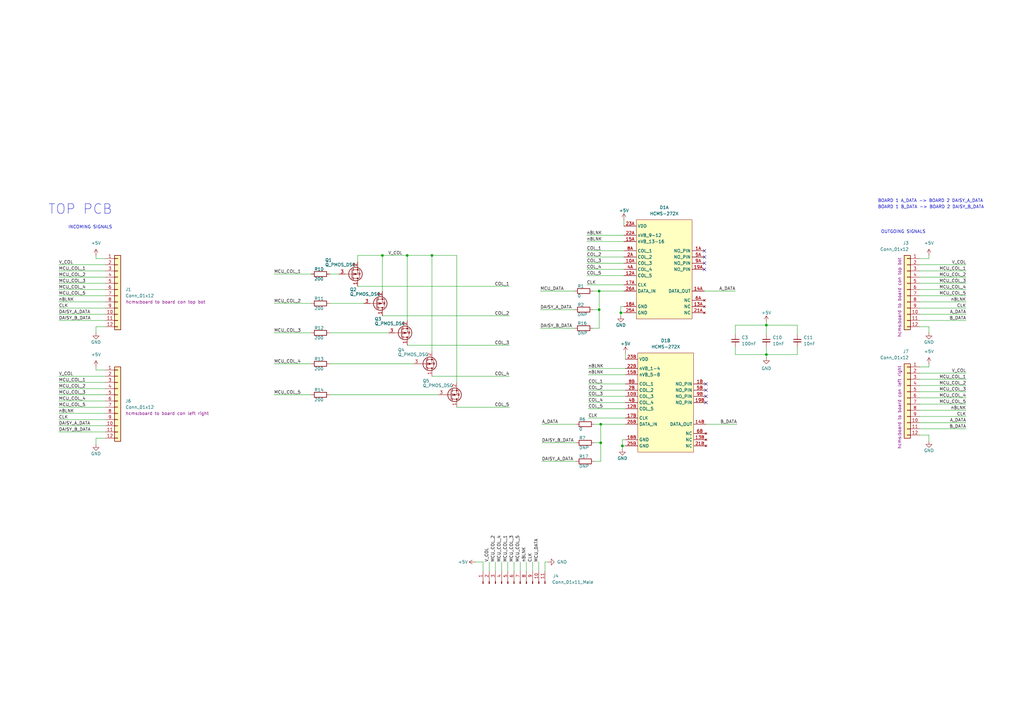
<source format=kicad_sch>
(kicad_sch (version 20211123) (generator eeschema)
  (paper "A3")
  (lib_symbols
    (symbol "Connector:Conn_01x11_Male" (pin_names (offset 1.016) hide)
      (property "Reference" "J" (at 0 15.24 0))
      (property "Value" "Conn_01x11_Male" (at 0 -15.24 0))
      (symbol "Conn_01x11_Male_1_1"
        (polyline (pts (xy 1.27 -12.7) (xy 0.8636 -12.7)) (stroke (width 0.1524)))
        (polyline (pts (xy 1.27 -10.16) (xy 0.8636 -10.16)) (stroke (width 0.1524)))
        (polyline (pts (xy 1.27 -7.62) (xy 0.8636 -7.62)) (stroke (width 0.1524)))
        (polyline (pts (xy 1.27 -5.08) (xy 0.8636 -5.08)) (stroke (width 0.1524)))
        (polyline (pts (xy 1.27 -2.54) (xy 0.8636 -2.54)) (stroke (width 0.1524)))
        (polyline (pts (xy 1.27 0) (xy 0.8636 0)) (stroke (width 0.1524)))
        (polyline (pts (xy 1.27 2.54) (xy 0.8636 2.54)) (stroke (width 0.1524)))
        (polyline (pts (xy 1.27 5.08) (xy 0.8636 5.08)) (stroke (width 0.1524)))
        (polyline (pts (xy 1.27 7.62) (xy 0.8636 7.62)) (stroke (width 0.1524)))
        (polyline (pts (xy 1.27 10.16) (xy 0.8636 10.16)) (stroke (width 0.1524)))
        (polyline (pts (xy 1.27 12.7) (xy 0.8636 12.7)) (stroke (width 0.1524)))
        (rectangle (start 0.8636 -12.573) (end 0 -12.827) (stroke (width 0.1524)) (fill (type outline)))
        (rectangle (start 0.8636 -10.033) (end 0 -10.287) (stroke (width 0.1524)) (fill (type outline)))
        (rectangle (start 0.8636 -7.493) (end 0 -7.747) (stroke (width 0.1524)) (fill (type outline)))
        (rectangle (start 0.8636 -4.953) (end 0 -5.207) (stroke (width 0.1524)) (fill (type outline)))
        (rectangle (start 0.8636 -2.413) (end 0 -2.667) (stroke (width 0.1524)) (fill (type outline)))
        (rectangle (start 0.8636 0.127) (end 0 -0.127) (stroke (width 0.1524)) (fill (type outline)))
        (rectangle (start 0.8636 2.667) (end 0 2.413) (stroke (width 0.1524)) (fill (type outline)))
        (rectangle (start 0.8636 5.207) (end 0 4.953) (stroke (width 0.1524)) (fill (type outline)))
        (rectangle (start 0.8636 7.747) (end 0 7.493) (stroke (width 0.1524)) (fill (type outline)))
        (rectangle (start 0.8636 10.287) (end 0 10.033) (stroke (width 0.1524)) (fill (type outline)))
        (rectangle (start 0.8636 12.827) (end 0 12.573) (stroke (width 0.1524)) (fill (type outline)))
        (pin passive line (at 5.08 12.7 180) (length 3.81) (name "Pin_1") (number "1"))
        (pin passive line (at 5.08 -10.16 180) (length 3.81) (name "Pin_10") (number "10"))
        (pin passive line (at 5.08 -12.7 180) (length 3.81) (name "Pin_11") (number "11"))
        (pin passive line (at 5.08 10.16 180) (length 3.81) (name "Pin_2") (number "2"))
        (pin passive line (at 5.08 7.62 180) (length 3.81) (name "Pin_3") (number "3"))
        (pin passive line (at 5.08 5.08 180) (length 3.81) (name "Pin_4") (number "4"))
        (pin passive line (at 5.08 2.54 180) (length 3.81) (name "Pin_5") (number "5"))
        (pin passive line (at 5.08 0 180) (length 3.81) (name "Pin_6") (number "6"))
        (pin passive line (at 5.08 -2.54 180) (length 3.81) (name "Pin_7") (number "7"))
        (pin passive line (at 5.08 -5.08 180) (length 3.81) (name "Pin_8") (number "8"))
        (pin passive line (at 5.08 -7.62 180) (length 3.81) (name "Pin_9") (number "9"))
      )
    )
    (symbol "Connector_Generic:Conn_01x12" (pin_names (offset 1.016) hide)
      (property "Reference" "J" (at 0 15.24 0))
      (property "Value" "Conn_01x12" (at 0 -17.78 0))
      (symbol "Conn_01x12_1_1"
        (rectangle (start -1.27 -15.113) (end 0 -15.367) (stroke (width 0.1524)))
        (rectangle (start -1.27 -12.573) (end 0 -12.827) (stroke (width 0.1524)))
        (rectangle (start -1.27 -10.033) (end 0 -10.287) (stroke (width 0.1524)))
        (rectangle (start -1.27 -7.493) (end 0 -7.747) (stroke (width 0.1524)))
        (rectangle (start -1.27 -4.953) (end 0 -5.207) (stroke (width 0.1524)))
        (rectangle (start -1.27 -2.413) (end 0 -2.667) (stroke (width 0.1524)))
        (rectangle (start -1.27 0.127) (end 0 -0.127) (stroke (width 0.1524)))
        (rectangle (start -1.27 2.667) (end 0 2.413) (stroke (width 0.1524)))
        (rectangle (start -1.27 5.207) (end 0 4.953) (stroke (width 0.1524)))
        (rectangle (start -1.27 7.747) (end 0 7.493) (stroke (width 0.1524)))
        (rectangle (start -1.27 10.287) (end 0 10.033) (stroke (width 0.1524)))
        (rectangle (start -1.27 12.827) (end 0 12.573) (stroke (width 0.1524)))
        (rectangle (start -1.27 13.97) (end 1.27 -16.51) (stroke (width 0.254)) (fill (type background)))
        (pin passive line (at -5.08 12.7 0) (length 3.81) (name "Pin_1") (number "1"))
        (pin passive line (at -5.08 -10.16 0) (length 3.81) (name "Pin_10") (number "10"))
        (pin passive line (at -5.08 -12.7 0) (length 3.81) (name "Pin_11") (number "11"))
        (pin passive line (at -5.08 -15.24 0) (length 3.81) (name "Pin_12") (number "12"))
        (pin passive line (at -5.08 10.16 0) (length 3.81) (name "Pin_2") (number "2"))
        (pin passive line (at -5.08 7.62 0) (length 3.81) (name "Pin_3") (number "3"))
        (pin passive line (at -5.08 5.08 0) (length 3.81) (name "Pin_4") (number "4"))
        (pin passive line (at -5.08 2.54 0) (length 3.81) (name "Pin_5") (number "5"))
        (pin passive line (at -5.08 0 0) (length 3.81) (name "Pin_6") (number "6"))
        (pin passive line (at -5.08 -2.54 0) (length 3.81) (name "Pin_7") (number "7"))
        (pin passive line (at -5.08 -5.08 0) (length 3.81) (name "Pin_8") (number "8"))
        (pin passive line (at -5.08 -7.62 0) (length 3.81) (name "Pin_9") (number "9"))
      )
    )
    (symbol "Device:C_Small" (pin_numbers hide) (pin_names (offset 0.254) hide)
      (property "Reference" "C" (at 0.254 1.778 0))
      (property "Value" "C_Small" (at 0.254 -2.032 0))
      (symbol "C_Small_0_1"
        (polyline (pts (xy -1.524 -0.508) (xy 1.524 -0.508)) (stroke (width 0.3302)))
        (polyline (pts (xy -1.524 0.508) (xy 1.524 0.508)) (stroke (width 0.3048)))
      )
      (symbol "C_Small_1_1"
        (pin passive line (at 0 2.54 270) (length 2.032) (name "~") (number "1"))
        (pin passive line (at 0 -2.54 90) (length 2.032) (name "~") (number "2"))
      )
    )
    (symbol "Device:Q_PMOS_DSG" (pin_names (offset 0) hide)
      (property "Reference" "Q" (at 5.08 1.27 0))
      (property "Value" "Q_PMOS_DSG" (at 5.08 -1.27 0))
      (symbol "Q_PMOS_DSG_0_1"
        (polyline (pts (xy 0.254 0) (xy -2.54 0)))
        (polyline (pts (xy 0.254 1.905) (xy 0.254 -1.905)) (stroke (width 0.254)))
        (polyline (pts (xy 0.762 -1.27) (xy 0.762 -2.286)) (stroke (width 0.254)))
        (polyline (pts (xy 0.762 0.508) (xy 0.762 -0.508)) (stroke (width 0.254)))
        (polyline (pts (xy 0.762 2.286) (xy 0.762 1.27)) (stroke (width 0.254)))
        (polyline (pts (xy 2.54 2.54) (xy 2.54 1.778)))
        (polyline (pts (xy 2.54 -2.54) (xy 2.54 0) (xy 0.762 0)))
        (polyline (pts (xy 0.762 1.778) (xy 3.302 1.778) (xy 3.302 -1.778) (xy 0.762 -1.778)))
        (polyline (pts (xy 2.286 0) (xy 1.27 0.381) (xy 1.27 -0.381) (xy 2.286 0)) (fill (type outline)))
        (polyline (pts (xy 2.794 -0.508) (xy 2.921 -0.381) (xy 3.683 -0.381) (xy 3.81 -0.254)))
        (polyline (pts (xy 3.302 -0.381) (xy 2.921 0.254) (xy 3.683 0.254) (xy 3.302 -0.381)))
        (circle (center 1.651 0) (radius 2.794) (stroke (width 0.254)))
        (circle (center 2.54 -1.778) (radius 0.254) (fill (type outline)))
        (circle (center 2.54 1.778) (radius 0.254) (fill (type outline)))
      )
      (symbol "Q_PMOS_DSG_1_1"
        (pin passive line (at 2.54 5.08 270) (length 2.54) (name "D") (number "1"))
        (pin passive line (at 2.54 -5.08 90) (length 2.54) (name "S") (number "2"))
        (pin input line (at -5.08 0 0) (length 2.54) (name "G") (number "3"))
      )
    )
    (symbol "Device:R" (pin_numbers hide) (pin_names (offset 0))
      (property "Reference" "R" (at 2.032 0 90))
      (property "Value" "R" (at 0 0 90))
      (symbol "R_0_1"
        (rectangle (start -1.016 -2.54) (end 1.016 2.54) (stroke (width 0.254)))
      )
      (symbol "R_1_1"
        (pin passive line (at 0 3.81 270) (length 1.27) (name "~") (number "1"))
        (pin passive line (at 0 -3.81 90) (length 1.27) (name "~") (number "2"))
      )
    )
    (symbol "hcms_dot_display:HCMS-272X"
      (property "Reference" "D" (at 1.27 41.91 0))
      (property "Value" "HCMS-272X" (at 6.35 -1.27 0))
      (symbol "HCMS-272X_0_1"
        (rectangle (start 0 40.64) (end 22.86 0) (fill (type background)))
      )
      (symbol "HCMS-272X_1_1"
        (pin input line (at -5.08 22.86 0) (length 5.08) (name "COL_3") (number "10A"))
        (pin input line (at -5.08 17.78 0) (length 5.08) (name "COL_5") (number "12A"))
        (pin no_connect line (at 27.94 5.08 180) (length 5.08) (name "NC") (number "13A"))
        (pin output line (at 27.94 11.43 180) (length 5.08) (name "DATA_OUT") (number "14A"))
        (pin input line (at -5.08 31.75 0) (length 5.08) (name "nVB_13-16") (number "15A"))
        (pin input line (at -5.08 13.97 0) (length 5.08) (name "CLK") (number "17A"))
        (pin power_out line (at -5.08 5.08 0) (length 5.08) (name "GND") (number "18A"))
        (pin free line (at 27.94 20.32 180) (length 5.08) (name "NO_PIN") (number "19A"))
        (pin free line (at 27.94 27.94 180) (length 5.08) (name "NO_PIN") (number "1A"))
        (pin no_connect line (at 27.94 2.54 180) (length 5.08) (name "NC") (number "21A"))
        (pin input line (at -5.08 34.29 0) (length 5.08) (name "nVB_9-12") (number "22A"))
        (pin power_in line (at -5.08 38.1 0) (length 5.08) (name "VDD") (number "23A"))
        (pin power_out line (at -5.08 2.54 0) (length 5.08) (name "GND") (number "25A"))
        (pin input line (at -5.08 11.43 0) (length 5.08) (name "DATA_IN") (number "26A"))
        (pin input line (at -5.08 25.4 0) (length 5.08) (name "COL_2") (number "2A"))
        (pin input line (at -5.08 20.32 0) (length 5.08) (name "COL_4") (number "4A"))
        (pin free line (at 27.94 25.4 180) (length 5.08) (name "NO_PIN") (number "5A"))
        (pin no_connect line (at 27.94 7.62 180) (length 5.08) (name "NC") (number "6A"))
        (pin input line (at -5.08 27.94 0) (length 5.08) (name "COL_1") (number "8A"))
        (pin free line (at 27.94 22.86 180) (length 5.08) (name "NO_PIN") (number "9A"))
      )
      (symbol "HCMS-272X_2_1"
        (pin input line (at -5.08 22.86 0) (length 5.08) (name "COL_3") (number "10B"))
        (pin input line (at -5.08 17.78 0) (length 5.08) (name "COL_5") (number "12B"))
        (pin no_connect line (at 27.94 5.08 180) (length 5.08) (name "NC") (number "13B"))
        (pin output line (at 27.94 11.43 180) (length 5.08) (name "DATA_OUT") (number "14B"))
        (pin input line (at -5.08 31.75 0) (length 5.08) (name "nVB_5-8") (number "15B"))
        (pin input line (at -5.08 13.97 0) (length 5.08) (name "CLK") (number "17B"))
        (pin power_out line (at -5.08 5.08 0) (length 5.08) (name "GND") (number "18B"))
        (pin free line (at 27.94 20.32 180) (length 5.08) (name "NO_PIN") (number "19B"))
        (pin free line (at 27.94 27.94 180) (length 5.08) (name "NO_PIN") (number "1B"))
        (pin no_connect line (at 27.94 2.54 180) (length 5.08) (name "NC") (number "21B"))
        (pin input line (at -5.08 34.29 0) (length 5.08) (name "nVB_1-4") (number "22B"))
        (pin power_in line (at -5.08 38.1 0) (length 5.08) (name "VDD") (number "23B"))
        (pin power_out line (at -5.08 2.54 0) (length 5.08) (name "GND") (number "25B"))
        (pin input line (at -5.08 11.43 0) (length 5.08) (name "DATA_IN") (number "26B"))
        (pin input line (at -5.08 25.4 0) (length 5.08) (name "COL_2") (number "2B"))
        (pin input line (at -5.08 20.32 0) (length 5.08) (name "COL_4") (number "4B"))
        (pin free line (at 27.94 25.4 180) (length 5.08) (name "NO_PIN") (number "5B"))
        (pin no_connect line (at 27.94 7.62 180) (length 5.08) (name "NC") (number "6B"))
        (pin input line (at -5.08 27.94 0) (length 5.08) (name "COL_1") (number "8B"))
        (pin free line (at 27.94 22.86 180) (length 5.08) (name "NO_PIN") (number "9B"))
      )
    )
    (symbol "power:+5V" (power) (pin_names (offset 0))
      (property "Value" "+5V" (at 0 3.556 0))
      (symbol "+5V_0_1"
        (polyline (pts (xy -0.762 1.27) (xy 0 2.54)))
        (polyline (pts (xy 0 0) (xy 0 2.54)))
        (polyline (pts (xy 0 2.54) (xy 0.762 1.27)))
      )
      (symbol "+5V_1_1"
        (pin power_in line (at 0 0 90) (length 0) hide (name "+5V") (number "1"))
      )
    )
    (symbol "power:GND" (power) (pin_names (offset 0))
      (property "Value" "GND" (at 0 -3.81 0))
      (symbol "GND_0_1"
        (polyline (pts (xy 0 0) (xy 0 -1.27) (xy 1.27 -1.27) (xy 0 -2.54) (xy -1.27 -1.27) (xy 0 -1.27)))
      )
      (symbol "GND_1_1"
        (pin power_in line (at 0 0 270) (length 0) hide (name "GND") (number "1"))
      )
    )
  )
  (junction (at 246.38 181.61))
  (junction (at 246.38 173.99))
  (junction (at 255.27 182.88))
  (junction (at 314.325 145.415))
  (junction (at 156.845 104.775))
  (junction (at 245.745 127))
  (junction (at 245.745 119.38))
  (junction (at 314.325 133.35))
  (junction (at 177.165 104.775))
  (junction (at 167.005 104.775))
  (junction (at 254.635 128.27))
  (no_connect (at 289.56 165.1))
  (no_connect (at 289.56 160.02))
  (no_connect (at 289.56 157.48))
  (no_connect (at 289.56 162.56))
  (no_connect (at 288.925 110.49))
  (no_connect (at 288.925 102.87))
  (no_connect (at 288.925 107.95))
  (no_connect (at 288.925 105.41))
  (bus_entry (at -35.56 -45.72) (size 2.54 2.54))
  (bus_entry (at -35.56 -46.99) (size 2.54 2.54))
  (bus_entry (at -36.83 -46.355) (size 2.54 2.54))
  (bus_entry (at -38.1 -55.245) (size 2.54 2.54))
  (bus_entry (at -35.56 -48.26) (size 2.54 2.54))
  (wire (pts (xy 289.56 173.99) (xy 302.26 173.99)))
  (wire (pts (xy 240.665 110.49) (xy 255.905 110.49)))
  (wire (pts (xy 187.325 167.005) (xy 208.915 167.005)))
  (wire (pts (xy 135.255 149.225) (xy 169.545 149.225)))
  (wire (pts (xy 135.255 136.525) (xy 159.385 136.525)))
  (wire (pts (xy 240.665 116.84) (xy 255.905 116.84)))
  (wire (pts (xy 243.84 173.99) (xy 246.38 173.99)))
  (wire (pts (xy 39.37 179.705) (xy 43.18 179.705)))
  (wire (pts (xy 224.79 230.505) (xy 223.52 230.505)))
  (wire (pts (xy 240.665 102.87) (xy 255.905 102.87)))
  (wire (pts (xy 167.005 131.445) (xy 167.005 104.775)))
  (wire (pts (xy 167.005 104.775) (xy 177.165 104.775)))
  (wire (pts (xy 223.52 230.505) (xy 223.52 234.315)))
  (wire (pts (xy 314.325 145.415) (xy 327.025 145.415)))
  (wire (pts (xy 156.845 104.775) (xy 156.845 119.38)))
  (wire (pts (xy 241.3 151.13) (xy 256.54 151.13)))
  (wire (pts (xy 381 178.435) (xy 377.19 178.435)))
  (wire (pts (xy 177.165 154.305) (xy 208.915 154.305)))
  (wire (pts (xy 243.205 134.62) (xy 245.745 134.62)))
  (wire (pts (xy 215.9 234.315) (xy 215.9 230.505)))
  (wire (pts (xy 243.84 181.61) (xy 246.38 181.61)))
  (wire (pts (xy 146.685 104.775) (xy 146.685 107.315)))
  (wire (pts (xy 245.745 119.38) (xy 255.905 119.38)))
  (wire (pts (xy 396.24 155.575) (xy 377.19 155.575)))
  (wire (pts (xy 241.3 153.67) (xy 256.54 153.67)))
  (wire (pts (xy 24.13 123.825) (xy 43.18 123.825)))
  (wire (pts (xy 327.025 137.16) (xy 327.025 133.35)))
  (wire (pts (xy 135.255 112.395) (xy 139.065 112.395)))
  (wire (pts (xy 396.24 123.825) (xy 377.19 123.825)))
  (wire (pts (xy 24.13 159.385) (xy 43.18 159.385)))
  (wire (pts (xy 396.24 116.205) (xy 377.19 116.205)))
  (wire (pts (xy 222.25 181.61) (xy 236.22 181.61)))
  (wire (pts (xy 396.24 163.195) (xy 377.19 163.195)))
  (wire (pts (xy 255.27 182.88) (xy 255.27 184.15)))
  (wire (pts (xy 24.13 128.905) (xy 43.18 128.905)))
  (wire (pts (xy 156.845 104.775) (xy 167.005 104.775)))
  (wire (pts (xy 396.24 170.815) (xy 377.19 170.815)))
  (wire (pts (xy 396.24 131.445) (xy 377.19 131.445)))
  (wire (pts (xy 245.745 127) (xy 245.745 119.38)))
  (wire (pts (xy 314.325 133.35) (xy 301.625 133.35)))
  (wire (pts (xy 39.37 182.245) (xy 39.37 179.705)))
  (wire (pts (xy 24.13 169.545) (xy 43.18 169.545)))
  (wire (pts (xy 112.395 136.525) (xy 127.635 136.525)))
  (wire (pts (xy 396.24 128.905) (xy 377.19 128.905)))
  (wire (pts (xy 24.13 108.585) (xy 43.18 108.585)))
  (wire (pts (xy 222.25 173.99) (xy 236.22 173.99)))
  (wire (pts (xy 167.005 141.605) (xy 208.915 141.605)))
  (wire (pts (xy 396.24 160.655) (xy 377.19 160.655)))
  (wire (pts (xy 314.325 142.24) (xy 314.325 145.415)))
  (wire (pts (xy 240.665 99.06) (xy 255.905 99.06)))
  (wire (pts (xy 135.255 161.925) (xy 179.705 161.925)))
  (wire (pts (xy 43.18 151.765) (xy 39.37 151.765)))
  (wire (pts (xy 396.24 108.585) (xy 377.19 108.585)))
  (wire (pts (xy 24.13 177.165) (xy 43.18 177.165)))
  (wire (pts (xy 396.24 126.365) (xy 377.19 126.365)))
  (wire (pts (xy 396.24 165.735) (xy 377.19 165.735)))
  (wire (pts (xy 112.395 112.395) (xy 127.635 112.395)))
  (wire (pts (xy 301.625 142.24) (xy 301.625 145.415)))
  (wire (pts (xy 243.84 189.23) (xy 246.38 189.23)))
  (wire (pts (xy 220.98 234.315) (xy 220.98 230.505)))
  (wire (pts (xy 246.38 173.99) (xy 256.54 173.99)))
  (wire (pts (xy 221.615 134.62) (xy 235.585 134.62)))
  (wire (pts (xy 210.82 234.315) (xy 210.82 230.505)))
  (wire (pts (xy 39.37 106.045) (xy 39.37 104.775)))
  (wire (pts (xy 112.395 124.46) (xy 127.635 124.46)))
  (wire (pts (xy 246.38 181.61) (xy 246.38 173.99)))
  (wire (pts (xy 24.13 164.465) (xy 43.18 164.465)))
  (wire (pts (xy 24.13 111.125) (xy 43.18 111.125)))
  (wire (pts (xy 221.615 119.38) (xy 235.585 119.38)))
  (wire (pts (xy 112.395 161.925) (xy 127.635 161.925)))
  (wire (pts (xy 200.66 230.505) (xy 200.66 234.315)))
  (wire (pts (xy 177.165 104.775) (xy 187.325 104.775)))
  (wire (pts (xy 240.665 105.41) (xy 255.905 105.41)))
  (wire (pts (xy 241.3 171.45) (xy 256.54 171.45)))
  (wire (pts (xy 187.325 156.845) (xy 187.325 104.775)))
  (wire (pts (xy 255.905 92.71) (xy 255.905 90.17)))
  (wire (pts (xy 24.13 118.745) (xy 43.18 118.745)))
  (wire (pts (xy 39.37 151.765) (xy 39.37 150.495)))
  (wire (pts (xy 396.24 175.895) (xy 377.19 175.895)))
  (wire (pts (xy 243.205 119.38) (xy 245.745 119.38)))
  (wire (pts (xy 327.025 145.415) (xy 327.025 142.24)))
  (wire (pts (xy 24.13 126.365) (xy 43.18 126.365)))
  (wire (pts (xy 314.325 145.415) (xy 314.325 146.685)))
  (wire (pts (xy 241.3 157.48) (xy 256.54 157.48)))
  (wire (pts (xy 198.12 234.315) (xy 198.12 230.505)))
  (wire (pts (xy 396.24 153.035) (xy 377.19 153.035)))
  (wire (pts (xy 146.685 117.475) (xy 208.915 117.475)))
  (wire (pts (xy 24.13 121.285) (xy 43.18 121.285)))
  (wire (pts (xy 240.665 96.52) (xy 255.905 96.52)))
  (wire (pts (xy 39.37 133.985) (xy 43.18 133.985)))
  (wire (pts (xy 24.13 156.845) (xy 43.18 156.845)))
  (wire (pts (xy 241.3 162.56) (xy 256.54 162.56)))
  (wire (pts (xy 396.24 111.125) (xy 377.19 111.125)))
  (wire (pts (xy 241.3 160.02) (xy 256.54 160.02)))
  (wire (pts (xy 256.54 147.32) (xy 256.54 144.78)))
  (wire (pts (xy 255.905 125.73) (xy 254.635 125.73)))
  (wire (pts (xy 24.13 161.925) (xy 43.18 161.925)))
  (wire (pts (xy 396.24 121.285) (xy 377.19 121.285)))
  (wire (pts (xy 256.54 180.34) (xy 255.27 180.34)))
  (wire (pts (xy 218.44 234.315) (xy 218.44 230.505)))
  (wire (pts (xy 255.905 128.27) (xy 254.635 128.27)))
  (wire (pts (xy 146.685 104.775) (xy 156.845 104.775)))
  (wire (pts (xy 221.615 127) (xy 235.585 127)))
  (wire (pts (xy 314.325 132.08) (xy 314.325 133.35)))
  (wire (pts (xy 254.635 128.27) (xy 254.635 129.54)))
  (wire (pts (xy 156.845 129.54) (xy 208.915 129.54)))
  (wire (pts (xy 255.27 180.34) (xy 255.27 182.88)))
  (wire (pts (xy 381 150.495) (xy 381 149.225)))
  (wire (pts (xy 203.2 234.315) (xy 203.2 230.505)))
  (wire (pts (xy 177.165 144.145) (xy 177.165 104.775)))
  (wire (pts (xy 396.24 173.355) (xy 377.19 173.355)))
  (wire (pts (xy 381 180.975) (xy 381 178.435)))
  (wire (pts (xy 208.28 234.315) (xy 208.28 230.505)))
  (wire (pts (xy 377.19 106.045) (xy 381 106.045)))
  (wire (pts (xy 24.13 167.005) (xy 43.18 167.005)))
  (wire (pts (xy 381 106.045) (xy 381 104.775)))
  (wire (pts (xy 381 136.525) (xy 381 133.985)))
  (wire (pts (xy 254.635 125.73) (xy 254.635 128.27)))
  (wire (pts (xy 24.13 174.625) (xy 43.18 174.625)))
  (wire (pts (xy 241.3 165.1) (xy 256.54 165.1)))
  (wire (pts (xy 246.38 189.23) (xy 246.38 181.61)))
  (wire (pts (xy 135.255 124.46) (xy 149.225 124.46)))
  (wire (pts (xy 24.13 131.445) (xy 43.18 131.445)))
  (wire (pts (xy 301.625 133.35) (xy 301.625 137.16)))
  (wire (pts (xy 24.13 116.205) (xy 43.18 116.205)))
  (wire (pts (xy 377.19 150.495) (xy 381 150.495)))
  (wire (pts (xy 205.74 234.315) (xy 205.74 230.505)))
  (wire (pts (xy 396.24 168.275) (xy 377.19 168.275)))
  (wire (pts (xy 241.3 167.64) (xy 256.54 167.64)))
  (wire (pts (xy 243.205 127) (xy 245.745 127)))
  (wire (pts (xy 43.18 106.045) (xy 39.37 106.045)))
  (wire (pts (xy 314.325 133.35) (xy 314.325 137.16)))
  (wire (pts (xy 240.665 107.95) (xy 255.905 107.95)))
  (wire (pts (xy 198.12 230.505) (xy 194.945 230.505)))
  (wire (pts (xy 396.24 113.665) (xy 377.19 113.665)))
  (wire (pts (xy 396.24 158.115) (xy 377.19 158.115)))
  (wire (pts (xy 314.325 133.35) (xy 327.025 133.35)))
  (wire (pts (xy 24.13 172.085) (xy 43.18 172.085)))
  (wire (pts (xy 112.395 149.225) (xy 127.635 149.225)))
  (wire (pts (xy 24.13 154.305) (xy 43.18 154.305)))
  (wire (pts (xy 288.925 119.38) (xy 301.625 119.38)))
  (wire (pts (xy 396.24 118.745) (xy 377.19 118.745)))
  (wire (pts (xy 24.13 113.665) (xy 43.18 113.665)))
  (wire (pts (xy 245.745 127) (xy 245.745 134.62)))
  (wire (pts (xy 301.625 145.415) (xy 314.325 145.415)))
  (wire (pts (xy 381 133.985) (xy 377.19 133.985)))
  (wire (pts (xy 213.36 234.315) (xy 213.36 230.505)))
  (wire (pts (xy 222.25 189.23) (xy 236.22 189.23)))
  (wire (pts (xy 39.37 136.525) (xy 39.37 133.985)))
  (wire (pts (xy 256.54 182.88) (xy 255.27 182.88)))
  (wire (pts (xy 240.665 113.03) (xy 255.905 113.03)))
  (text "BOARD 1 A_DATA -> BOARD 2 DAISY_A_DATA" (at 360.045 83.185 0) (effects (font (size 1.27 1.27)) (justify left bottom)))
  (text "BOARD 1 B_DATA -> BOARD 2 DAISY_B_DATA" (at 360.045 85.725 0) (effects (font (size 1.27 1.27)) (justify left bottom)))
  (text "INCOMING SIGNALS" (at 27.94 93.98 0) (effects (font (size 1.27 1.27)) (justify left bottom)))
  (text "OUTGOING SIGNALS" (at 361.315 95.885 0) (effects (font (size 1.27 1.27)) (justify left bottom)))
  (text "TOP PCB" (at 19.685 88.265 0) (effects (font (size 4 4)) (justify left bottom)))
  (label "V_COL" (at 200.66 230.505 90))
  (label "nBLNK" (at 396.24 168.275 180))
  (label "COL_2" (at 208.915 129.54 180))
  (label "DAISY_A_DATA" (at 221.615 127 0))
  (label "A_DATA" (at 222.25 173.99 0))
  (label "MCU_DATA" (at 221.615 119.38 0))
  (label "DAISY_A_DATA" (at 222.25 189.23 0))
  (label "MCU_COL_3" (at 210.82 230.505 90))
  (label "CLK" (at 241.3 171.45 0))
  (label "A_DATA" (at 301.625 119.38 180))
  (label "CLK" (at 396.24 170.815 180))
  (label "V_COL" (at 165.1 104.775 180))
  (label "DAISY_B_DATA" (at 24.13 131.445 0))
  (label "MCU_COL_4" (at 205.74 230.505 90))
  (label "V_COL" (at 24.13 108.585 0))
  (label "MCU_COL_5" (at 396.24 121.285 180))
  (label "COL_3" (at 240.665 107.95 0))
  (label "MCU_COL_2" (at 24.13 159.385 0))
  (label "A_DATA" (at 396.24 173.355 180))
  (label "MCU_COL_3" (at 396.24 116.205 180))
  (label "MCU_COL_2" (at 24.13 113.665 0))
  (label "MCU_COL_3" (at 396.24 160.655 180))
  (label "CLK" (at 240.665 116.84 0))
  (label "MCU_COL_4" (at 396.24 118.745 180))
  (label "MCU_COL_5" (at 24.13 167.005 0))
  (label "CLK" (at 218.44 230.505 90))
  (label "A_DATA" (at 396.24 128.905 180))
  (label "COL_3" (at 208.915 141.605 180))
  (label "MCU_COL_5" (at 24.13 121.285 0))
  (label "COL_5" (at 240.665 113.03 0))
  (label "nBLNK" (at 24.13 123.825 0))
  (label "MCU_COL_4" (at 24.13 164.465 0))
  (label "MCU_COL_1" (at 396.24 111.125 180))
  (label "MCU_COL_5" (at 112.395 161.925 0))
  (label "MCU_COL_4" (at 112.395 149.225 0))
  (label "MCU_COL_2" (at 396.24 113.665 180))
  (label "MCU_COL_2" (at 396.24 158.115 180))
  (label "DAISY_A_DATA" (at 24.13 128.905 0))
  (label "COL_4" (at 240.665 110.49 0))
  (label "MCU_COL_3" (at 112.395 136.525 0))
  (label "MCU_COL_3" (at 24.13 116.205 0))
  (label "B_DATA" (at 302.26 173.99 180))
  (label "COL_3" (at 241.3 162.56 0))
  (label "MCU_COL_1" (at 24.13 111.125 0))
  (label "nBLNK" (at 240.665 99.06 0))
  (label "DAISY_B_DATA" (at 24.13 177.165 0))
  (label "CLK" (at 24.13 172.085 0))
  (label "MCU_COL_5" (at 213.36 230.505 90))
  (label "nBLNK" (at 240.665 96.52 0))
  (label "CLK" (at 396.24 126.365 180))
  (label "MCU_COL_5" (at 396.24 165.735 180))
  (label "COL_1" (at 241.3 157.48 0))
  (label "B_DATA" (at 396.24 175.895 180))
  (label "COL_2" (at 241.3 160.02 0))
  (label "nBLNK" (at 215.9 230.505 90))
  (label "V_COL" (at 396.24 153.035 180))
  (label "MCU_COL_1" (at 24.13 156.845 0))
  (label "DAISY_B_DATA" (at 221.615 134.62 0))
  (label "MCU_COL_3" (at 24.13 161.925 0))
  (label "DAISY_B_DATA" (at 222.25 181.61 0))
  (label "MCU_COL_1" (at 208.28 230.505 90))
  (label "COL_5" (at 208.915 167.005 180))
  (label "MCU_COL_2" (at 112.395 124.46 0))
  (label "COL_2" (at 240.665 105.41 0))
  (label "COL_1" (at 240.665 102.87 0))
  (label "B_DATA" (at 396.24 131.445 180))
  (label "MCU_COL_2" (at 203.2 230.505 90))
  (label "MCU_COL_4" (at 24.13 118.745 0))
  (label "MCU_COL_1" (at 396.24 155.575 180))
  (label "MCU_COL_1" (at 112.395 112.395 0))
  (label "V_COL" (at 24.13 154.305 0))
  (label "CLK" (at 24.13 126.365 0))
  (label "COL_4" (at 208.915 154.305 180))
  (label "V_COL" (at 396.24 108.585 180))
  (label "MCU_DATA" (at 220.98 230.505 90))
  (label "nBLNK" (at 24.13 169.545 0))
  (label "COL_1" (at 208.915 117.475 180))
  (label "COL_4" (at 241.3 165.1 0))
  (label "nBLNK" (at 396.24 123.825 180))
  (label "nBLNK" (at 241.3 151.13 0))
  (label "nBLNK" (at 241.3 153.67 0))
  (label "DAISY_A_DATA" (at 24.13 174.625 0))
  (label "COL_5" (at 241.3 167.64 0))
  (label "MCU_COL_4" (at 396.24 163.195 180))
  (symbol (lib_id "Device:R") (at 239.395 119.38 270) (unit 1)
    (property "Reference" "R1" (at 236.855 118.11 90) (effects (justify left bottom)))
    (property "Value" "0" (at 236.855 120.65 90) (effects (justify left top)))
    (property "Footprint" "Resistor_SMD:R_0603_1608Metric" (effects hide))
  )
  (symbol (lib_id "Device:R") (at 131.445 112.395 270) (unit 1)
    (property "Reference" "R10" (at 128.905 111.125 90) (effects (justify left bottom)))
    (property "Value" "200" (at 128.905 113.665 90) (effects (justify left top)))
    (property "Footprint" "Resistor_SMD:R_0603_1608Metric" (effects hide))
  )
  (symbol (lib_id "power:+5V") (at 381 104.775 0) (mirror y) (unit 1)
    (property "Reference" "#PWR015" (effects hide))
    (property "Value" "+5V" (at 381 99.695 0))
  )
  (symbol (lib_id "power:GND") (at 254.635 129.54 0) (unit 1)
    (property "Reference" "#PWR0111" (effects hide))
    (property "Value" "GND" (at 254.635 133.35 0))
  )
  (symbol (lib_id "power:+5V") (at 256.54 144.78 0) (unit 1)
    (property "Reference" "#PWR0115" (effects hide))
    (property "Value" "+5V" (at 256.54 140.97 0))
  )
  (symbol (lib_id "power:+5V") (at 39.37 104.775 0) (unit 1)
    (property "Reference" "#PWR013" (effects hide))
    (property "Value" "+5V" (at 39.37 99.695 0))
  )
  (symbol (lib_id "power:GND") (at 314.325 146.685 0) (unit 1)
    (property "Reference" "#PWR07" (effects hide))
    (property "Value" "GND" (at 314.325 151.13 0))
  )
  (symbol (lib_id "Device:R") (at 240.03 181.61 270) (unit 1)
    (property "Reference" "R7" (at 237.49 180.34 90) (effects (justify left bottom)))
    (property "Value" "DNP" (at 237.49 182.88 90) (effects (justify left top)))
    (property "Footprint" "Resistor_SMD:R_0603_1608Metric" (effects hide))
  )
  (symbol (lib_id "Connector:Conn_01x11_Male") (at 210.82 239.395 90) (unit 1)
    (property "Reference" "J4" (at 227.965 236.22 90))
    (property "Value" "Conn_01x11_Male" (at 234.95 238.76 90))
    (property "Footprint" "Connector_PinHeader_2.54mm:PinHeader_1x11_P2.54mm_Vertical" (effects hide))
  )
  (symbol (lib_id "Device:C_Small") (at 301.625 139.7 0) (unit 1)
    (property "Reference" "C3" (at 304.165 138.4362 0) (effects (justify left)))
    (property "Value" "100nF" (at 304.165 140.9762 0) (effects (justify left)))
    (property "Footprint" "Capacitor_SMD:C_0603_1608Metric" (effects hide))
  )
  (symbol (lib_id "Device:C_Small") (at 327.025 139.7 0) (unit 1)
    (property "Reference" "C11" (at 329.565 138.4362 0) (effects (justify left)))
    (property "Value" "10nF" (at 329.565 140.9762 0) (effects (justify left)))
    (property "Footprint" "Capacitor_SMD:C_0603_1608Metric" (effects hide))
  )
  (symbol (lib_id "Device:R") (at 239.395 127 270) (unit 1)
    (property "Reference" "R2" (at 236.855 125.73 90) (effects (justify left bottom)))
    (property "Value" "DNP" (at 236.855 128.27 90) (effects (justify left top)))
    (property "Footprint" "Resistor_SMD:R_0603_1608Metric" (effects hide))
  )
  (symbol (lib_id "Device:R") (at 131.445 149.225 270) (unit 1)
    (property "Reference" "R13" (at 128.905 147.955 90) (effects (justify left bottom)))
    (property "Value" "200" (at 128.905 150.495 90) (effects (justify left top)))
    (property "Footprint" "Resistor_SMD:R_0603_1608Metric" (effects hide))
  )
  (symbol (lib_id "power:+5V") (at 381 149.225 0) (mirror y) (unit 1)
    (property "Reference" "#PWR0118" (effects hide))
    (property "Value" "+5V" (at 381 144.145 0))
  )
  (symbol (lib_id "power:+5V") (at 255.905 90.17 0) (unit 1)
    (property "Reference" "#PWR0112" (effects hide))
    (property "Value" "+5V" (at 255.905 86.36 0))
  )
  (symbol (lib_id "hcms_dot_display:HCMS-272X") (at 260.985 130.81 0) (unit 1)
    (property "Reference" "D1" (at 272.415 85.09 0))
    (property "Value" "HCMS-272X" (at 272.415 87.63 0))
    (property "Footprint" "hcms:HCMS-2722" (effects hide))
    (property "Datasheet" "https://www.datasheets360.com/pdf/9001242893375780333" (effects hide))
    (property "PN" "HCMS-2722" (effects hide))
  )
  (symbol (lib_id "Connector_Generic:Conn_01x12") (at 48.26 118.745 0) (unit 1)
    (property "Reference" "J1" (at 51.435 118.7449 0) (effects (justify left)))
    (property "Value" "Conn_01x12" (at 51.435 121.2849 0) (effects (justify left)))
    (property "Footprint" "hcms:board to board con top bot" (at 67.945 123.825 0))
  )
  (symbol (lib_id "power:+5V") (at 39.37 150.495 0) (unit 1)
    (property "Reference" "#PWR0116" (effects hide))
    (property "Value" "+5V" (at 39.37 145.415 0))
  )
  (symbol (lib_id "power:+5V") (at 314.325 132.08 0) (unit 1)
    (property "Reference" "#PWR05" (effects hide))
    (property "Value" "+5V" (at 314.325 128.27 0))
  )
  (symbol (lib_id "power:GND") (at 381 180.975 0) (mirror y) (unit 1)
    (property "Reference" "#PWR0117" (effects hide))
    (property "Value" "GND" (at 381 184.785 0))
  )
  (symbol (lib_id "power:GND") (at 39.37 136.525 0) (unit 1)
    (property "Reference" "#PWR014" (effects hide))
    (property "Value" "GND" (at 39.37 140.335 0))
  )
  (symbol (lib_id "Device:R") (at 131.445 161.925 270) (unit 1)
    (property "Reference" "R14" (at 128.905 160.655 90) (effects (justify left bottom)))
    (property "Value" "200" (at 128.905 163.195 90) (effects (justify left top)))
    (property "Footprint" "Resistor_SMD:R_0603_1608Metric" (effects hide))
  )
  (symbol (lib_id "power:+5V") (at 194.945 230.505 90) (mirror x) (unit 1)
    (property "Reference" "#PWR0110" (effects hide))
    (property "Value" "+5V" (at 189.865 230.505 90))
  )
  (symbol (lib_id "power:GND") (at 39.37 182.245 0) (unit 1)
    (property "Reference" "#PWR0106" (effects hide))
    (property "Value" "GND" (at 39.37 186.055 0))
  )
  (symbol (lib_id "power:GND") (at 224.79 230.505 90) (unit 1)
    (property "Reference" "#PWR06" (effects hide))
    (property "Value" "GND" (at 230.505 230.505 90))
  )
  (symbol (lib_id "Device:R") (at 239.395 134.62 270) (unit 1)
    (property "Reference" "R16" (at 236.855 133.35 90) (effects (justify left bottom)))
    (property "Value" "DNP" (at 236.855 135.89 90) (effects (justify left top)))
    (property "Footprint" "Resistor_SMD:R_0603_1608Metric" (effects hide))
  )
  (symbol (lib_id "hcms_dot_display:HCMS-272X") (at 261.62 185.42 0) (unit 2)
    (property "Reference" "D1" (at 273.05 139.7 0))
    (property "Value" "HCMS-272X" (at 273.05 142.24 0))
    (property "Footprint" "hcms:HCMS-2722" (effects hide))
    (property "PN" "HCMS-2722" (effects hide))
  )
  (symbol (lib_id "Device:Q_PMOS_DSG") (at 154.305 124.46 0) (mirror x) (unit 1)
    (property "Reference" "Q2" (at 143.51 118.745 0) (effects (justify left)))
    (property "Value" "Q_PMOS_DSG" (at 143.51 120.65 0) (effects (justify left)))
    (property "Footprint" "Package_TO_SOT_SMD:SOT-23" (effects hide))
    (property "PN" "DMP3099L-13" (effects hide))
  )
  (symbol (lib_id "power:GND") (at 381 136.525 0) (mirror y) (unit 1)
    (property "Reference" "#PWR016" (effects hide))
    (property "Value" "GND" (at 381 140.335 0))
  )
  (symbol (lib_id "Device:Q_PMOS_DSG") (at 144.145 112.395 0) (mirror x) (unit 1)
    (property "Reference" "Q1" (at 133.35 106.68 0) (effects (justify left)))
    (property "Value" "Q_PMOS_DSG" (at 133.35 108.585 0) (effects (justify left)))
    (property "Footprint" "Package_TO_SOT_SMD:SOT-23" (effects hide))
    (property "PN" "DMP3099L-13" (effects hide))
  )
  (symbol (lib_id "Connector_Generic:Conn_01x12") (at 372.11 118.745 0) (mirror y) (unit 1)
    (property "Reference" "J3" (at 372.745 99.695 0) (effects (justify left)))
    (property "Value" "Conn_01x12" (at 372.745 102.235 0) (effects (justify left)))
    (property "Footprint" "hcms:board to board con top bot" (at 368.935 121.92 90))
  )
  (symbol (lib_id "Connector_Generic:Conn_01x12") (at 372.11 163.195 0) (mirror y) (unit 1)
    (property "Reference" "J7" (at 372.745 144.145 0) (effects (justify left)))
    (property "Value" "Conn_01x12" (at 372.745 146.685 0) (effects (justify left)))
    (property "Footprint" "hcms:board to board con left right" (at 368.935 167.005 90))
  )
  (symbol (lib_id "Device:Q_PMOS_DSG") (at 184.785 161.925 0) (mirror x) (unit 1)
    (property "Reference" "Q5" (at 173.355 156.21 0) (effects (justify left)))
    (property "Value" "Q_PMOS_DSG" (at 173.355 158.115 0) (effects (justify left)))
    (property "Footprint" "Package_TO_SOT_SMD:SOT-23" (effects hide))
    (property "PN" "DMP3099L-13" (effects hide))
  )
  (symbol (lib_id "Connector_Generic:Conn_01x12") (at 48.26 164.465 0) (unit 1)
    (property "Reference" "J6" (at 51.435 164.4649 0) (effects (justify left)))
    (property "Value" "Conn_01x12" (at 51.435 167.0049 0) (effects (justify left)))
    (property "Footprint" "hcms:board to board con left right" (at 68.58 169.545 0))
  )
  (symbol (lib_id "Device:R") (at 240.03 173.99 270) (unit 1)
    (property "Reference" "R6" (at 237.49 172.72 90) (effects (justify left bottom)))
    (property "Value" "0" (at 237.49 175.26 90) (effects (justify left top)))
    (property "Footprint" "Resistor_SMD:R_0603_1608Metric" (effects hide))
  )
  (symbol (lib_id "Device:R") (at 240.03 189.23 270) (unit 1)
    (property "Reference" "R17" (at 237.49 187.96 90) (effects (justify left bottom)))
    (property "Value" "DNP" (at 237.49 190.5 90) (effects (justify left top)))
    (property "Footprint" "Resistor_SMD:R_0603_1608Metric" (effects hide))
  )
  (symbol (lib_id "Device:Q_PMOS_DSG") (at 164.465 136.525 0) (mirror x) (unit 1)
    (property "Reference" "Q3" (at 153.67 130.81 0) (effects (justify left)))
    (property "Value" "Q_PMOS_DSG" (at 153.67 132.715 0) (effects (justify left)))
    (property "Footprint" "Package_TO_SOT_SMD:SOT-23" (effects hide))
    (property "PN" "DMP3099L-13" (effects hide))
  )
  (symbol (lib_id "power:GND") (at 255.27 184.15 0) (unit 1)
    (property "Reference" "#PWR0114" (effects hide))
    (property "Value" "GND" (at 255.27 187.96 0))
  )
  (symbol (lib_id "Device:C_Small") (at 314.325 139.7 0) (unit 1)
    (property "Reference" "C10" (at 316.865 138.4362 0) (effects (justify left)))
    (property "Value" "10nF" (at 316.865 140.9762 0) (effects (justify left)))
    (property "Footprint" "Capacitor_SMD:C_0603_1608Metric" (effects hide))
  )
  (symbol (lib_id "Device:Q_PMOS_DSG") (at 174.625 149.225 0) (mirror x) (unit 1)
    (property "Reference" "Q4" (at 163.195 143.51 0) (effects (justify left)))
    (property "Value" "Q_PMOS_DSG" (at 163.195 145.415 0) (effects (justify left)))
    (property "Footprint" "Package_TO_SOT_SMD:SOT-23" (effects hide))
    (property "PN" "DMP3099L-13" (effects hide))
  )
  (symbol (lib_id "Device:R") (at 131.445 136.525 270) (unit 1)
    (property "Reference" "R12" (at 128.905 135.255 90) (effects (justify left bottom)))
    (property "Value" "200" (at 128.905 137.795 90) (effects (justify left top)))
    (property "Footprint" "Resistor_SMD:R_0603_1608Metric" (effects hide))
  )
  (symbol (lib_id "Device:R") (at 131.445 124.46 270) (unit 1)
    (property "Reference" "R11" (at 128.905 123.19 90) (effects (justify left bottom)))
    (property "Value" "200" (at 128.905 125.73 90) (effects (justify left top)))
    (property "Footprint" "Resistor_SMD:R_0603_1608Metric" (effects hide))
  )
)
</source>
